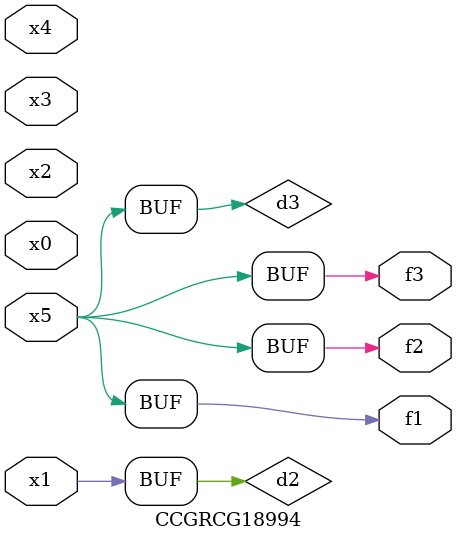
<source format=v>
module CCGRCG18994(
	input x0, x1, x2, x3, x4, x5,
	output f1, f2, f3
);

	wire d1, d2, d3;

	not (d1, x5);
	or (d2, x1);
	xnor (d3, d1);
	assign f1 = d3;
	assign f2 = d3;
	assign f3 = d3;
endmodule

</source>
